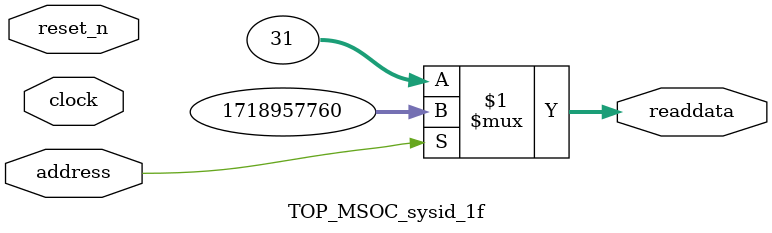
<source format=v>



// synthesis translate_off
`timescale 1ns / 1ps
// synthesis translate_on

// turn off superfluous verilog processor warnings 
// altera message_level Level1 
// altera message_off 10034 10035 10036 10037 10230 10240 10030 

module TOP_MSOC_sysid_1f (
               // inputs:
                address,
                clock,
                reset_n,

               // outputs:
                readdata
             )
;

  output  [ 31: 0] readdata;
  input            address;
  input            clock;
  input            reset_n;

  wire    [ 31: 0] readdata;
  //control_slave, which is an e_avalon_slave
  assign readdata = address ? 1718957760 : 31;

endmodule



</source>
